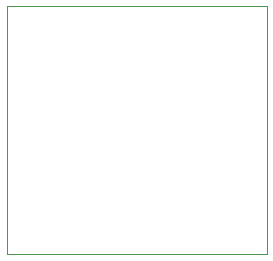
<source format=gbr>
G04 #@! TF.GenerationSoftware,KiCad,Pcbnew,(5.1.5)-3*
G04 #@! TF.CreationDate,2020-11-04T23:24:00+03:00*
G04 #@! TF.ProjectId,dark dedector,6461726b-2064-4656-9465-63746f722e6b,rev?*
G04 #@! TF.SameCoordinates,Original*
G04 #@! TF.FileFunction,Profile,NP*
%FSLAX46Y46*%
G04 Gerber Fmt 4.6, Leading zero omitted, Abs format (unit mm)*
G04 Created by KiCad (PCBNEW (5.1.5)-3) date 2020-11-04 23:24:00*
%MOMM*%
%LPD*%
G04 APERTURE LIST*
%ADD10C,0.050000*%
G04 APERTURE END LIST*
D10*
X81000000Y-91000000D02*
X81000000Y-70000000D01*
X103000000Y-91000000D02*
X81000000Y-91000000D01*
X103000000Y-70000000D02*
X103000000Y-91000000D01*
X81000000Y-70000000D02*
X103000000Y-70000000D01*
M02*

</source>
